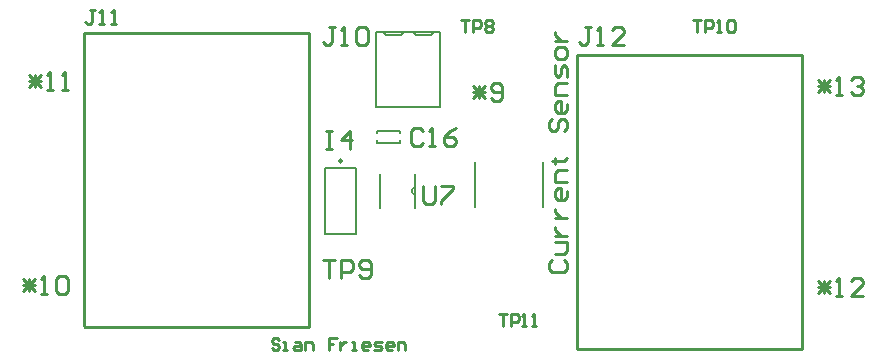
<source format=gbr>
G04*
G04 #@! TF.GenerationSoftware,Altium Limited,Altium Designer,23.0.1 (38)*
G04*
G04 Layer_Color=65535*
%FSLAX25Y25*%
%MOIN*%
G70*
G04*
G04 #@! TF.SameCoordinates,E18D91D4-50B4-47E9-96DD-EFB38571A0BB*
G04*
G04*
G04 #@! TF.FilePolarity,Positive*
G04*
G01*
G75*
%ADD10C,0.00600*%
%ADD11C,0.00984*%
%ADD12C,0.01000*%
%ADD13C,0.00787*%
%ADD14C,0.00591*%
D10*
X134900Y59200D02*
G03*
X134900Y56800I0J-1200D01*
G01*
Y59200D02*
Y63700D01*
Y56800D02*
Y59200D01*
Y52300D02*
Y56800D01*
X123100Y52300D02*
Y63700D01*
X177619Y52655D02*
Y67560D01*
X154919Y52655D02*
Y67560D01*
D11*
X110492Y67984D02*
G03*
X110492Y67984I-492J0D01*
G01*
D12*
X24811Y110803D02*
X99417D01*
X24614Y12870D02*
Y110606D01*
X24713Y12772D02*
X99614D01*
X24614Y12870D02*
X24713Y12772D01*
X99614D02*
Y110606D01*
X188886Y5394D02*
Y103228D01*
X263787D02*
X263886Y103130D01*
X188886Y103228D02*
X263787D01*
X263886Y5394D02*
Y103130D01*
X189083Y5197D02*
X263689D01*
X180502Y34999D02*
X179502Y33999D01*
Y32000D01*
X180502Y31000D01*
X184500D01*
X185500Y32000D01*
Y33999D01*
X184500Y34999D01*
X181501Y36998D02*
X184500D01*
X185500Y37998D01*
Y40997D01*
X181501D01*
Y42996D02*
X185500D01*
X183501D01*
X182501Y43996D01*
X181501Y44995D01*
Y45995D01*
Y48994D02*
X185500D01*
X183501D01*
X182501Y49994D01*
X181501Y50994D01*
Y51993D01*
X185500Y57991D02*
Y55992D01*
X184500Y54992D01*
X182501D01*
X181501Y55992D01*
Y57991D01*
X182501Y58991D01*
X183501D01*
Y54992D01*
X185500Y60990D02*
X181501D01*
Y63989D01*
X182501Y64989D01*
X185500D01*
X180502Y67988D02*
X181501D01*
Y66988D01*
Y68988D01*
Y67988D01*
X184500D01*
X185500Y68988D01*
X180502Y81984D02*
X179502Y80984D01*
Y78984D01*
X180502Y77985D01*
X181501D01*
X182501Y78984D01*
Y80984D01*
X183501Y81984D01*
X184500D01*
X185500Y80984D01*
Y78984D01*
X184500Y77985D01*
X185500Y86982D02*
Y84983D01*
X184500Y83983D01*
X182501D01*
X181501Y84983D01*
Y86982D01*
X182501Y87982D01*
X183501D01*
Y83983D01*
X185500Y89981D02*
X181501D01*
Y92980D01*
X182501Y93980D01*
X185500D01*
Y95979D02*
Y98978D01*
X184500Y99978D01*
X183501Y98978D01*
Y96979D01*
X182501Y95979D01*
X181501Y96979D01*
Y99978D01*
X185500Y102977D02*
Y104976D01*
X184500Y105976D01*
X182501D01*
X181501Y104976D01*
Y102977D01*
X182501Y101977D01*
X184500D01*
X185500Y102977D01*
X181501Y107975D02*
X185500D01*
X183501D01*
X182501Y108975D01*
X181501Y109975D01*
Y110974D01*
X89624Y8280D02*
X88968Y8936D01*
X87656D01*
X87000Y8280D01*
Y7624D01*
X87656Y6968D01*
X88968D01*
X89624Y6312D01*
Y5656D01*
X88968Y5000D01*
X87656D01*
X87000Y5656D01*
X90936Y5000D02*
X92248D01*
X91592D01*
Y7624D01*
X90936D01*
X94871D02*
X96183D01*
X96839Y6968D01*
Y5000D01*
X94871D01*
X94216Y5656D01*
X94871Y6312D01*
X96839D01*
X98151Y5000D02*
Y7624D01*
X100119D01*
X100775Y6968D01*
Y5000D01*
X108647Y8936D02*
X106023D01*
Y6968D01*
X107335D01*
X106023D01*
Y5000D01*
X109959Y7624D02*
Y5000D01*
Y6312D01*
X110614Y6968D01*
X111270Y7624D01*
X111926D01*
X113894Y5000D02*
X115206D01*
X114550D01*
Y7624D01*
X113894D01*
X119142Y5000D02*
X117830D01*
X117174Y5656D01*
Y6968D01*
X117830Y7624D01*
X119142D01*
X119798Y6968D01*
Y6312D01*
X117174D01*
X121110Y5000D02*
X123078D01*
X123734Y5656D01*
X123078Y6312D01*
X121766D01*
X121110Y6968D01*
X121766Y7624D01*
X123734D01*
X127013Y5000D02*
X125701D01*
X125046Y5656D01*
Y6968D01*
X125701Y7624D01*
X127013D01*
X127669Y6968D01*
Y6312D01*
X125046D01*
X128981Y5000D02*
Y7624D01*
X130949D01*
X131605Y6968D01*
Y5000D01*
X137502Y59499D02*
Y54501D01*
X138501Y53501D01*
X140501D01*
X141500Y54501D01*
Y59499D01*
X143500D02*
X147498D01*
Y58499D01*
X143500Y54501D01*
Y53501D01*
X269002Y94999D02*
X273001Y91001D01*
X269002D02*
X273001Y94999D01*
X269002Y93000D02*
X273001D01*
X271002Y91001D02*
Y94999D01*
X275001Y90001D02*
X277000D01*
X276000D01*
Y95999D01*
X275001Y94999D01*
X279999D02*
X280998Y95999D01*
X282998D01*
X283998Y94999D01*
Y94000D01*
X282998Y93000D01*
X281998D01*
X282998D01*
X283998Y92000D01*
Y91001D01*
X282998Y90001D01*
X280998D01*
X279999Y91001D01*
X269002Y27999D02*
X273001Y24001D01*
X269002D02*
X273001Y27999D01*
X269002Y26000D02*
X273001D01*
X271002Y24001D02*
Y27999D01*
X275001Y23001D02*
X277000D01*
X276000D01*
Y28999D01*
X275001Y27999D01*
X283998Y23001D02*
X279999D01*
X283998Y27000D01*
Y27999D01*
X282998Y28999D01*
X280998D01*
X279999Y27999D01*
X6002Y96499D02*
X10001Y92501D01*
X6002D02*
X10001Y96499D01*
X6002Y94500D02*
X10001D01*
X8002Y92501D02*
Y96499D01*
X12000Y91501D02*
X13999D01*
X13000D01*
Y97499D01*
X12000Y96499D01*
X16999Y91501D02*
X18998D01*
X17998D01*
Y97499D01*
X16999Y96499D01*
X4002Y28499D02*
X8001Y24501D01*
X4002D02*
X8001Y28499D01*
X4002Y26500D02*
X8001D01*
X6002Y24501D02*
Y28499D01*
X10001Y23501D02*
X12000D01*
X11000D01*
Y29499D01*
X10001Y28499D01*
X14999D02*
X15999Y29499D01*
X17998D01*
X18998Y28499D01*
Y24501D01*
X17998Y23501D01*
X15999D01*
X14999Y24501D01*
Y28499D01*
X193376Y112698D02*
X191376D01*
X192376D01*
Y107700D01*
X191376Y106700D01*
X190377D01*
X189377Y107700D01*
X195375Y106700D02*
X197374D01*
X196375D01*
Y112698D01*
X195375Y111698D01*
X204372Y106700D02*
X200374D01*
X204372Y110699D01*
Y111698D01*
X203373Y112698D01*
X201373D01*
X200374Y111698D01*
X28032Y118361D02*
X26458D01*
X27245D01*
Y114426D01*
X26458Y113639D01*
X25671D01*
X24883Y114426D01*
X29606Y113639D02*
X31181D01*
X30394D01*
Y118361D01*
X29606Y117574D01*
X33542Y113639D02*
X35116D01*
X34329D01*
Y118361D01*
X33542Y117574D01*
X162768Y16968D02*
X165392D01*
X164080D01*
Y13032D01*
X166704D02*
Y16968D01*
X168672D01*
X169328Y16312D01*
Y15000D01*
X168672Y14344D01*
X166704D01*
X170640Y13032D02*
X171952D01*
X171296D01*
Y16968D01*
X170640Y16312D01*
X173920Y13032D02*
X175232D01*
X174576D01*
Y16968D01*
X173920Y16312D01*
X227612Y114968D02*
X230236D01*
X228924D01*
Y111032D01*
X231548D02*
Y114968D01*
X233516D01*
X234172Y114312D01*
Y113000D01*
X233516Y112344D01*
X231548D01*
X235484Y111032D02*
X236796D01*
X236140D01*
Y114968D01*
X235484Y114312D01*
X238764D02*
X239420Y114968D01*
X240732D01*
X241388Y114312D01*
Y111688D01*
X240732Y111032D01*
X239420D01*
X238764Y111688D01*
Y114312D01*
X104003Y34999D02*
X108001D01*
X106002D01*
Y29001D01*
X110001D02*
Y34999D01*
X113000D01*
X113999Y33999D01*
Y32000D01*
X113000Y31000D01*
X110001D01*
X115999Y30001D02*
X116998Y29001D01*
X118998D01*
X119997Y30001D01*
Y33999D01*
X118998Y34999D01*
X116998D01*
X115999Y33999D01*
Y33000D01*
X116998Y32000D01*
X119997D01*
X150252Y114968D02*
X152876D01*
X151564D01*
Y111032D01*
X154188D02*
Y114968D01*
X156156D01*
X156812Y114312D01*
Y113000D01*
X156156Y112344D01*
X154188D01*
X158124Y114312D02*
X158780Y114968D01*
X160092D01*
X160748Y114312D01*
Y113656D01*
X160092Y113000D01*
X160748Y112344D01*
Y111688D01*
X160092Y111032D01*
X158780D01*
X158124Y111688D01*
Y112344D01*
X158780Y113000D01*
X158124Y113656D01*
Y114312D01*
X158780Y113000D02*
X160092D01*
X108001Y112499D02*
X106002D01*
X107001D01*
Y107501D01*
X106002Y106501D01*
X105002D01*
X104002Y107501D01*
X110001Y106501D02*
X112000D01*
X111000D01*
Y112499D01*
X110001Y111499D01*
X114999D02*
X115999Y112499D01*
X117998D01*
X118998Y111499D01*
Y107501D01*
X117998Y106501D01*
X115999D01*
X114999Y107501D01*
Y111499D01*
X104977Y77998D02*
X106976D01*
X105977D01*
Y72000D01*
X104977D01*
X106976D01*
X112975D02*
Y77998D01*
X109976Y74999D01*
X113974D01*
X137501Y77999D02*
X136502Y78999D01*
X134502D01*
X133502Y77999D01*
Y74001D01*
X134502Y73001D01*
X136502D01*
X137501Y74001D01*
X139500Y73001D02*
X141500D01*
X140500D01*
Y78999D01*
X139500Y77999D01*
X148498Y78999D02*
X146498Y77999D01*
X144499Y76000D01*
Y74001D01*
X145499Y73001D01*
X147498D01*
X148498Y74001D01*
Y75000D01*
X147498Y76000D01*
X144499D01*
X153977Y92898D02*
X157976Y88900D01*
X153977D02*
X157976Y92898D01*
X153977Y90899D02*
X157976D01*
X155976Y88900D02*
Y92898D01*
X159975Y88900D02*
X160975Y87900D01*
X162974D01*
X163974Y88900D01*
Y92898D01*
X162974Y93898D01*
X160975D01*
X159975Y92898D01*
Y91899D01*
X160975Y90899D01*
X163974D01*
D13*
X121870Y85902D02*
X122264D01*
X121870D02*
Y111098D01*
X143130D01*
Y85902D02*
Y111098D01*
X122264Y85902D02*
X143130D01*
X125000Y110000D02*
X130000D01*
X131000Y111098D01*
X124000D02*
X125000Y110000D01*
X134000Y111098D02*
X135000Y110000D01*
X140000D02*
X141000Y111098D01*
X135000Y110000D02*
X140000D01*
X104803Y65484D02*
X115197D01*
X104803Y43516D02*
Y65484D01*
Y43516D02*
X115197D01*
Y65484D01*
D14*
X122063Y77181D02*
Y77969D01*
X129937D01*
Y77181D02*
Y77969D01*
Y74032D02*
Y74819D01*
X122063Y74032D02*
X129937D01*
X122063D02*
Y74819D01*
M02*

</source>
